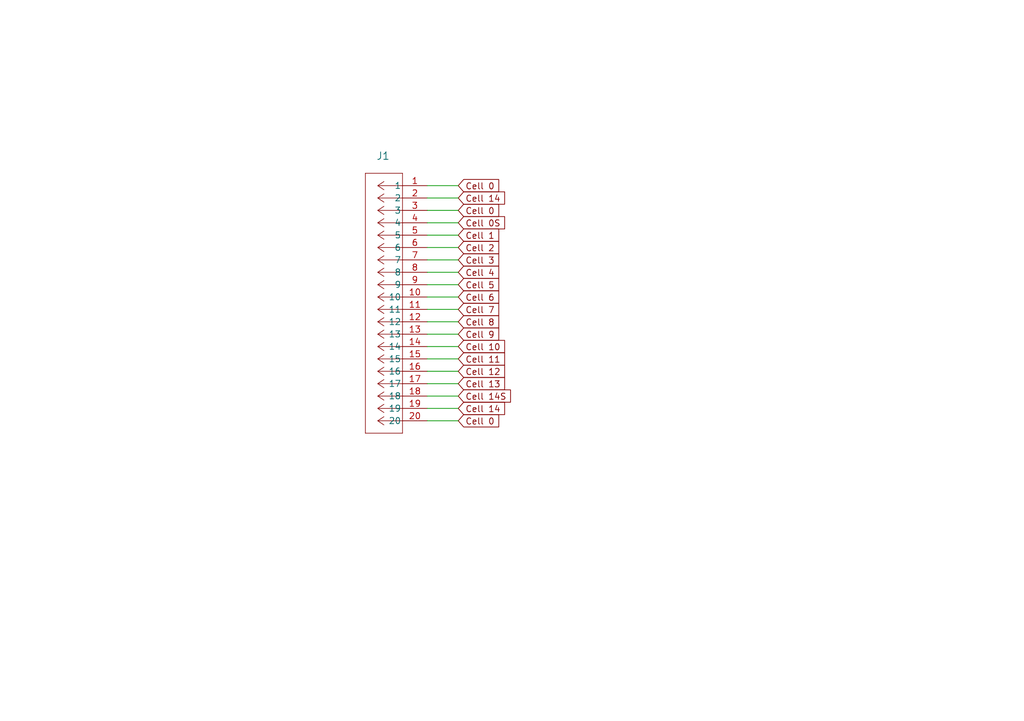
<source format=kicad_sch>
(kicad_sch
	(version 20231120)
	(generator "eeschema")
	(generator_version "8.0")
	(uuid "a0604f3a-c0d6-44e3-90af-c31e342efe9a")
	(paper "A5")
	(lib_symbols
		(symbol "2024-10-07_23-48-39:705550019"
			(pin_names
				(offset 0.254)
			)
			(exclude_from_sim no)
			(in_bom yes)
			(on_board yes)
			(property "Reference" "J"
				(at 8.89 6.35 0)
				(effects
					(font
						(size 1.524 1.524)
					)
				)
			)
			(property "Value" "705550019"
				(at 0 0 0)
				(effects
					(font
						(size 1.524 1.524)
					)
				)
			)
			(property "Footprint" "CONN_705550019_MOL"
				(at 0 0 0)
				(effects
					(font
						(size 1.27 1.27)
						(italic yes)
					)
					(hide yes)
				)
			)
			(property "Datasheet" "705550019"
				(at 0 0 0)
				(effects
					(font
						(size 1.27 1.27)
						(italic yes)
					)
					(hide yes)
				)
			)
			(property "Description" ""
				(at 0 0 0)
				(effects
					(font
						(size 1.27 1.27)
					)
					(hide yes)
				)
			)
			(property "ki_locked" ""
				(at 0 0 0)
				(effects
					(font
						(size 1.27 1.27)
					)
				)
			)
			(property "ki_keywords" "705550019"
				(at 0 0 0)
				(effects
					(font
						(size 1.27 1.27)
					)
					(hide yes)
				)
			)
			(property "ki_fp_filters" "CONN_705550019_MOL"
				(at 0 0 0)
				(effects
					(font
						(size 1.27 1.27)
					)
					(hide yes)
				)
			)
			(symbol "705550019_1_1"
				(polyline
					(pts
						(xy 5.08 -50.8) (xy 12.7 -50.8)
					)
					(stroke
						(width 0.127)
						(type default)
					)
					(fill
						(type none)
					)
				)
				(polyline
					(pts
						(xy 5.08 2.54) (xy 5.08 -50.8)
					)
					(stroke
						(width 0.127)
						(type default)
					)
					(fill
						(type none)
					)
				)
				(polyline
					(pts
						(xy 10.16 -48.26) (xy 5.08 -48.26)
					)
					(stroke
						(width 0.127)
						(type default)
					)
					(fill
						(type none)
					)
				)
				(polyline
					(pts
						(xy 10.16 -48.26) (xy 8.89 -49.1067)
					)
					(stroke
						(width 0.127)
						(type default)
					)
					(fill
						(type none)
					)
				)
				(polyline
					(pts
						(xy 10.16 -48.26) (xy 8.89 -47.4133)
					)
					(stroke
						(width 0.127)
						(type default)
					)
					(fill
						(type none)
					)
				)
				(polyline
					(pts
						(xy 10.16 -45.72) (xy 5.08 -45.72)
					)
					(stroke
						(width 0.127)
						(type default)
					)
					(fill
						(type none)
					)
				)
				(polyline
					(pts
						(xy 10.16 -45.72) (xy 8.89 -46.5667)
					)
					(stroke
						(width 0.127)
						(type default)
					)
					(fill
						(type none)
					)
				)
				(polyline
					(pts
						(xy 10.16 -45.72) (xy 8.89 -44.8733)
					)
					(stroke
						(width 0.127)
						(type default)
					)
					(fill
						(type none)
					)
				)
				(polyline
					(pts
						(xy 10.16 -43.18) (xy 5.08 -43.18)
					)
					(stroke
						(width 0.127)
						(type default)
					)
					(fill
						(type none)
					)
				)
				(polyline
					(pts
						(xy 10.16 -43.18) (xy 8.89 -44.0267)
					)
					(stroke
						(width 0.127)
						(type default)
					)
					(fill
						(type none)
					)
				)
				(polyline
					(pts
						(xy 10.16 -43.18) (xy 8.89 -42.3333)
					)
					(stroke
						(width 0.127)
						(type default)
					)
					(fill
						(type none)
					)
				)
				(polyline
					(pts
						(xy 10.16 -40.64) (xy 5.08 -40.64)
					)
					(stroke
						(width 0.127)
						(type default)
					)
					(fill
						(type none)
					)
				)
				(polyline
					(pts
						(xy 10.16 -40.64) (xy 8.89 -41.4867)
					)
					(stroke
						(width 0.127)
						(type default)
					)
					(fill
						(type none)
					)
				)
				(polyline
					(pts
						(xy 10.16 -40.64) (xy 8.89 -39.7933)
					)
					(stroke
						(width 0.127)
						(type default)
					)
					(fill
						(type none)
					)
				)
				(polyline
					(pts
						(xy 10.16 -38.1) (xy 5.08 -38.1)
					)
					(stroke
						(width 0.127)
						(type default)
					)
					(fill
						(type none)
					)
				)
				(polyline
					(pts
						(xy 10.16 -38.1) (xy 8.89 -38.9467)
					)
					(stroke
						(width 0.127)
						(type default)
					)
					(fill
						(type none)
					)
				)
				(polyline
					(pts
						(xy 10.16 -38.1) (xy 8.89 -37.2533)
					)
					(stroke
						(width 0.127)
						(type default)
					)
					(fill
						(type none)
					)
				)
				(polyline
					(pts
						(xy 10.16 -35.56) (xy 5.08 -35.56)
					)
					(stroke
						(width 0.127)
						(type default)
					)
					(fill
						(type none)
					)
				)
				(polyline
					(pts
						(xy 10.16 -35.56) (xy 8.89 -36.4067)
					)
					(stroke
						(width 0.127)
						(type default)
					)
					(fill
						(type none)
					)
				)
				(polyline
					(pts
						(xy 10.16 -35.56) (xy 8.89 -34.7133)
					)
					(stroke
						(width 0.127)
						(type default)
					)
					(fill
						(type none)
					)
				)
				(polyline
					(pts
						(xy 10.16 -33.02) (xy 5.08 -33.02)
					)
					(stroke
						(width 0.127)
						(type default)
					)
					(fill
						(type none)
					)
				)
				(polyline
					(pts
						(xy 10.16 -33.02) (xy 8.89 -33.8667)
					)
					(stroke
						(width 0.127)
						(type default)
					)
					(fill
						(type none)
					)
				)
				(polyline
					(pts
						(xy 10.16 -33.02) (xy 8.89 -32.1733)
					)
					(stroke
						(width 0.127)
						(type default)
					)
					(fill
						(type none)
					)
				)
				(polyline
					(pts
						(xy 10.16 -30.48) (xy 5.08 -30.48)
					)
					(stroke
						(width 0.127)
						(type default)
					)
					(fill
						(type none)
					)
				)
				(polyline
					(pts
						(xy 10.16 -30.48) (xy 8.89 -31.3267)
					)
					(stroke
						(width 0.127)
						(type default)
					)
					(fill
						(type none)
					)
				)
				(polyline
					(pts
						(xy 10.16 -30.48) (xy 8.89 -29.6333)
					)
					(stroke
						(width 0.127)
						(type default)
					)
					(fill
						(type none)
					)
				)
				(polyline
					(pts
						(xy 10.16 -27.94) (xy 5.08 -27.94)
					)
					(stroke
						(width 0.127)
						(type default)
					)
					(fill
						(type none)
					)
				)
				(polyline
					(pts
						(xy 10.16 -27.94) (xy 8.89 -28.7867)
					)
					(stroke
						(width 0.127)
						(type default)
					)
					(fill
						(type none)
					)
				)
				(polyline
					(pts
						(xy 10.16 -27.94) (xy 8.89 -27.0933)
					)
					(stroke
						(width 0.127)
						(type default)
					)
					(fill
						(type none)
					)
				)
				(polyline
					(pts
						(xy 10.16 -25.4) (xy 5.08 -25.4)
					)
					(stroke
						(width 0.127)
						(type default)
					)
					(fill
						(type none)
					)
				)
				(polyline
					(pts
						(xy 10.16 -25.4) (xy 8.89 -26.2467)
					)
					(stroke
						(width 0.127)
						(type default)
					)
					(fill
						(type none)
					)
				)
				(polyline
					(pts
						(xy 10.16 -25.4) (xy 8.89 -24.5533)
					)
					(stroke
						(width 0.127)
						(type default)
					)
					(fill
						(type none)
					)
				)
				(polyline
					(pts
						(xy 10.16 -22.86) (xy 5.08 -22.86)
					)
					(stroke
						(width 0.127)
						(type default)
					)
					(fill
						(type none)
					)
				)
				(polyline
					(pts
						(xy 10.16 -22.86) (xy 8.89 -23.7067)
					)
					(stroke
						(width 0.127)
						(type default)
					)
					(fill
						(type none)
					)
				)
				(polyline
					(pts
						(xy 10.16 -22.86) (xy 8.89 -22.0133)
					)
					(stroke
						(width 0.127)
						(type default)
					)
					(fill
						(type none)
					)
				)
				(polyline
					(pts
						(xy 10.16 -20.32) (xy 5.08 -20.32)
					)
					(stroke
						(width 0.127)
						(type default)
					)
					(fill
						(type none)
					)
				)
				(polyline
					(pts
						(xy 10.16 -20.32) (xy 8.89 -21.1667)
					)
					(stroke
						(width 0.127)
						(type default)
					)
					(fill
						(type none)
					)
				)
				(polyline
					(pts
						(xy 10.16 -20.32) (xy 8.89 -19.4733)
					)
					(stroke
						(width 0.127)
						(type default)
					)
					(fill
						(type none)
					)
				)
				(polyline
					(pts
						(xy 10.16 -17.78) (xy 5.08 -17.78)
					)
					(stroke
						(width 0.127)
						(type default)
					)
					(fill
						(type none)
					)
				)
				(polyline
					(pts
						(xy 10.16 -17.78) (xy 8.89 -18.6267)
					)
					(stroke
						(width 0.127)
						(type default)
					)
					(fill
						(type none)
					)
				)
				(polyline
					(pts
						(xy 10.16 -17.78) (xy 8.89 -16.9333)
					)
					(stroke
						(width 0.127)
						(type default)
					)
					(fill
						(type none)
					)
				)
				(polyline
					(pts
						(xy 10.16 -15.24) (xy 5.08 -15.24)
					)
					(stroke
						(width 0.127)
						(type default)
					)
					(fill
						(type none)
					)
				)
				(polyline
					(pts
						(xy 10.16 -15.24) (xy 8.89 -16.0867)
					)
					(stroke
						(width 0.127)
						(type default)
					)
					(fill
						(type none)
					)
				)
				(polyline
					(pts
						(xy 10.16 -15.24) (xy 8.89 -14.3933)
					)
					(stroke
						(width 0.127)
						(type default)
					)
					(fill
						(type none)
					)
				)
				(polyline
					(pts
						(xy 10.16 -12.7) (xy 5.08 -12.7)
					)
					(stroke
						(width 0.127)
						(type default)
					)
					(fill
						(type none)
					)
				)
				(polyline
					(pts
						(xy 10.16 -12.7) (xy 8.89 -13.5467)
					)
					(stroke
						(width 0.127)
						(type default)
					)
					(fill
						(type none)
					)
				)
				(polyline
					(pts
						(xy 10.16 -12.7) (xy 8.89 -11.8533)
					)
					(stroke
						(width 0.127)
						(type default)
					)
					(fill
						(type none)
					)
				)
				(polyline
					(pts
						(xy 10.16 -10.16) (xy 5.08 -10.16)
					)
					(stroke
						(width 0.127)
						(type default)
					)
					(fill
						(type none)
					)
				)
				(polyline
					(pts
						(xy 10.16 -10.16) (xy 8.89 -11.0067)
					)
					(stroke
						(width 0.127)
						(type default)
					)
					(fill
						(type none)
					)
				)
				(polyline
					(pts
						(xy 10.16 -10.16) (xy 8.89 -9.3133)
					)
					(stroke
						(width 0.127)
						(type default)
					)
					(fill
						(type none)
					)
				)
				(polyline
					(pts
						(xy 10.16 -7.62) (xy 5.08 -7.62)
					)
					(stroke
						(width 0.127)
						(type default)
					)
					(fill
						(type none)
					)
				)
				(polyline
					(pts
						(xy 10.16 -7.62) (xy 8.89 -8.4667)
					)
					(stroke
						(width 0.127)
						(type default)
					)
					(fill
						(type none)
					)
				)
				(polyline
					(pts
						(xy 10.16 -7.62) (xy 8.89 -6.7733)
					)
					(stroke
						(width 0.127)
						(type default)
					)
					(fill
						(type none)
					)
				)
				(polyline
					(pts
						(xy 10.16 -5.08) (xy 5.08 -5.08)
					)
					(stroke
						(width 0.127)
						(type default)
					)
					(fill
						(type none)
					)
				)
				(polyline
					(pts
						(xy 10.16 -5.08) (xy 8.89 -5.9267)
					)
					(stroke
						(width 0.127)
						(type default)
					)
					(fill
						(type none)
					)
				)
				(polyline
					(pts
						(xy 10.16 -5.08) (xy 8.89 -4.2333)
					)
					(stroke
						(width 0.127)
						(type default)
					)
					(fill
						(type none)
					)
				)
				(polyline
					(pts
						(xy 10.16 -2.54) (xy 5.08 -2.54)
					)
					(stroke
						(width 0.127)
						(type default)
					)
					(fill
						(type none)
					)
				)
				(polyline
					(pts
						(xy 10.16 -2.54) (xy 8.89 -3.3867)
					)
					(stroke
						(width 0.127)
						(type default)
					)
					(fill
						(type none)
					)
				)
				(polyline
					(pts
						(xy 10.16 -2.54) (xy 8.89 -1.6933)
					)
					(stroke
						(width 0.127)
						(type default)
					)
					(fill
						(type none)
					)
				)
				(polyline
					(pts
						(xy 10.16 0) (xy 5.08 0)
					)
					(stroke
						(width 0.127)
						(type default)
					)
					(fill
						(type none)
					)
				)
				(polyline
					(pts
						(xy 10.16 0) (xy 8.89 -0.8467)
					)
					(stroke
						(width 0.127)
						(type default)
					)
					(fill
						(type none)
					)
				)
				(polyline
					(pts
						(xy 10.16 0) (xy 8.89 0.8467)
					)
					(stroke
						(width 0.127)
						(type default)
					)
					(fill
						(type none)
					)
				)
				(polyline
					(pts
						(xy 12.7 -50.8) (xy 12.7 2.54)
					)
					(stroke
						(width 0.127)
						(type default)
					)
					(fill
						(type none)
					)
				)
				(polyline
					(pts
						(xy 12.7 2.54) (xy 5.08 2.54)
					)
					(stroke
						(width 0.127)
						(type default)
					)
					(fill
						(type none)
					)
				)
				(pin unspecified line
					(at 0 0 0)
					(length 5.08)
					(name "1"
						(effects
							(font
								(size 1.27 1.27)
							)
						)
					)
					(number "1"
						(effects
							(font
								(size 1.27 1.27)
							)
						)
					)
				)
				(pin unspecified line
					(at 0 -22.86 0)
					(length 5.08)
					(name "10"
						(effects
							(font
								(size 1.27 1.27)
							)
						)
					)
					(number "10"
						(effects
							(font
								(size 1.27 1.27)
							)
						)
					)
				)
				(pin unspecified line
					(at 0 -25.4 0)
					(length 5.08)
					(name "11"
						(effects
							(font
								(size 1.27 1.27)
							)
						)
					)
					(number "11"
						(effects
							(font
								(size 1.27 1.27)
							)
						)
					)
				)
				(pin unspecified line
					(at 0 -27.94 0)
					(length 5.08)
					(name "12"
						(effects
							(font
								(size 1.27 1.27)
							)
						)
					)
					(number "12"
						(effects
							(font
								(size 1.27 1.27)
							)
						)
					)
				)
				(pin unspecified line
					(at 0 -30.48 0)
					(length 5.08)
					(name "13"
						(effects
							(font
								(size 1.27 1.27)
							)
						)
					)
					(number "13"
						(effects
							(font
								(size 1.27 1.27)
							)
						)
					)
				)
				(pin unspecified line
					(at 0 -33.02 0)
					(length 5.08)
					(name "14"
						(effects
							(font
								(size 1.27 1.27)
							)
						)
					)
					(number "14"
						(effects
							(font
								(size 1.27 1.27)
							)
						)
					)
				)
				(pin unspecified line
					(at 0 -35.56 0)
					(length 5.08)
					(name "15"
						(effects
							(font
								(size 1.27 1.27)
							)
						)
					)
					(number "15"
						(effects
							(font
								(size 1.27 1.27)
							)
						)
					)
				)
				(pin unspecified line
					(at 0 -38.1 0)
					(length 5.08)
					(name "16"
						(effects
							(font
								(size 1.27 1.27)
							)
						)
					)
					(number "16"
						(effects
							(font
								(size 1.27 1.27)
							)
						)
					)
				)
				(pin unspecified line
					(at 0 -40.64 0)
					(length 5.08)
					(name "17"
						(effects
							(font
								(size 1.27 1.27)
							)
						)
					)
					(number "17"
						(effects
							(font
								(size 1.27 1.27)
							)
						)
					)
				)
				(pin unspecified line
					(at 0 -43.18 0)
					(length 5.08)
					(name "18"
						(effects
							(font
								(size 1.27 1.27)
							)
						)
					)
					(number "18"
						(effects
							(font
								(size 1.27 1.27)
							)
						)
					)
				)
				(pin unspecified line
					(at 0 -45.72 0)
					(length 5.08)
					(name "19"
						(effects
							(font
								(size 1.27 1.27)
							)
						)
					)
					(number "19"
						(effects
							(font
								(size 1.27 1.27)
							)
						)
					)
				)
				(pin unspecified line
					(at 0 -2.54 0)
					(length 5.08)
					(name "2"
						(effects
							(font
								(size 1.27 1.27)
							)
						)
					)
					(number "2"
						(effects
							(font
								(size 1.27 1.27)
							)
						)
					)
				)
				(pin unspecified line
					(at 0 -48.26 0)
					(length 5.08)
					(name "20"
						(effects
							(font
								(size 1.27 1.27)
							)
						)
					)
					(number "20"
						(effects
							(font
								(size 1.27 1.27)
							)
						)
					)
				)
				(pin unspecified line
					(at 0 -5.08 0)
					(length 5.08)
					(name "3"
						(effects
							(font
								(size 1.27 1.27)
							)
						)
					)
					(number "3"
						(effects
							(font
								(size 1.27 1.27)
							)
						)
					)
				)
				(pin unspecified line
					(at 0 -7.62 0)
					(length 5.08)
					(name "4"
						(effects
							(font
								(size 1.27 1.27)
							)
						)
					)
					(number "4"
						(effects
							(font
								(size 1.27 1.27)
							)
						)
					)
				)
				(pin unspecified line
					(at 0 -10.16 0)
					(length 5.08)
					(name "5"
						(effects
							(font
								(size 1.27 1.27)
							)
						)
					)
					(number "5"
						(effects
							(font
								(size 1.27 1.27)
							)
						)
					)
				)
				(pin unspecified line
					(at 0 -12.7 0)
					(length 5.08)
					(name "6"
						(effects
							(font
								(size 1.27 1.27)
							)
						)
					)
					(number "6"
						(effects
							(font
								(size 1.27 1.27)
							)
						)
					)
				)
				(pin unspecified line
					(at 0 -15.24 0)
					(length 5.08)
					(name "7"
						(effects
							(font
								(size 1.27 1.27)
							)
						)
					)
					(number "7"
						(effects
							(font
								(size 1.27 1.27)
							)
						)
					)
				)
				(pin unspecified line
					(at 0 -17.78 0)
					(length 5.08)
					(name "8"
						(effects
							(font
								(size 1.27 1.27)
							)
						)
					)
					(number "8"
						(effects
							(font
								(size 1.27 1.27)
							)
						)
					)
				)
				(pin unspecified line
					(at 0 -20.32 0)
					(length 5.08)
					(name "9"
						(effects
							(font
								(size 1.27 1.27)
							)
						)
					)
					(number "9"
						(effects
							(font
								(size 1.27 1.27)
							)
						)
					)
				)
			)
			(symbol "705550019_1_2"
				(polyline
					(pts
						(xy 5.08 -50.8) (xy 12.7 -50.8)
					)
					(stroke
						(width 0.127)
						(type default)
					)
					(fill
						(type none)
					)
				)
				(polyline
					(pts
						(xy 5.08 2.54) (xy 5.08 -50.8)
					)
					(stroke
						(width 0.127)
						(type default)
					)
					(fill
						(type none)
					)
				)
				(polyline
					(pts
						(xy 7.62 -48.26) (xy 5.08 -48.26)
					)
					(stroke
						(width 0.127)
						(type default)
					)
					(fill
						(type none)
					)
				)
				(polyline
					(pts
						(xy 7.62 -48.26) (xy 8.89 -49.1067)
					)
					(stroke
						(width 0.127)
						(type default)
					)
					(fill
						(type none)
					)
				)
				(polyline
					(pts
						(xy 7.62 -48.26) (xy 8.89 -47.4133)
					)
					(stroke
						(width 0.127)
						(type default)
					)
					(fill
						(type none)
					)
				)
				(polyline
					(pts
						(xy 7.62 -45.72) (xy 5.08 -45.72)
					)
					(stroke
						(width 0.127)
						(type default)
					)
					(fill
						(type none)
					)
				)
				(polyline
					(pts
						(xy 7.62 -45.72) (xy 8.89 -46.5667)
					)
					(stroke
						(width 0.127)
						(type default)
					)
					(fill
						(type none)
					)
				)
				(polyline
					(pts
						(xy 7.62 -45.72) (xy 8.89 -44.8733)
					)
					(stroke
						(width 0.127)
						(type default)
					)
					(fill
						(type none)
					)
				)
				(polyline
					(pts
						(xy 7.62 -43.18) (xy 5.08 -43.18)
					)
					(stroke
						(width 0.127)
						(type default)
					)
					(fill
						(type none)
					)
				)
				(polyline
					(pts
						(xy 7.62 -43.18) (xy 8.89 -44.0267)
					)
					(stroke
						(width 0.127)
						(type default)
					)
					(fill
						(type none)
					)
				)
				(polyline
					(pts
						(xy 7.62 -43.18) (xy 8.89 -42.3333)
					)
					(stroke
						(width 0.127)
						(type default)
					)
					(fill
						(type none)
					)
				)
				(polyline
					(pts
						(xy 7.62 -40.64) (xy 5.08 -40.64)
					)
					(stroke
						(width 0.127)
						(type default)
					)
					(fill
						(type none)
					)
				)
				(polyline
					(pts
						(xy 7.62 -40.64) (xy 8.89 -41.4867)
					)
					(stroke
						(width 0.127)
						(type default)
					)
					(fill
						(type none)
					)
				)
				(polyline
					(pts
						(xy 7.62 -40.64) (xy 8.89 -39.7933)
					)
					(stroke
						(width 0.127)
						(type default)
					)
					(fill
						(type none)
					)
				)
				(polyline
					(pts
						(xy 7.62 -38.1) (xy 5.08 -38.1)
					)
					(stroke
						(width 0.127)
						(type default)
					)
					(fill
						(type none)
					)
				)
				(polyline
					(pts
						(xy 7.62 -38.1) (xy 8.89 -38.9467)
					)
					(stroke
						(width 0.127)
						(type default)
					)
					(fill
						(type none)
					)
				)
				(polyline
					(pts
						(xy 7.62 -38.1) (xy 8.89 -37.2533)
					)
					(stroke
						(width 0.127)
						(type default)
					)
					(fill
						(type none)
					)
				)
				(polyline
					(pts
						(xy 7.62 -35.56) (xy 5.08 -35.56)
					)
					(stroke
						(width 0.127)
						(type default)
					)
					(fill
						(type none)
					)
				)
				(polyline
					(pts
						(xy 7.62 -35.56) (xy 8.89 -36.4067)
					)
					(stroke
						(width 0.127)
						(type default)
					)
					(fill
						(type none)
					)
				)
				(polyline
					(pts
						(xy 7.62 -35.56) (xy 8.89 -34.7133)
					)
					(stroke
						(width 0.127)
						(type default)
					)
					(fill
						(type none)
					)
				)
				(polyline
					(pts
						(xy 7.62 -33.02) (xy 5.08 -33.02)
					)
					(stroke
						(width 0.127)
						(type default)
					)
					(fill
						(type none)
					)
				)
				(polyline
					(pts
						(xy 7.62 -33.02) (xy 8.89 -33.8667)
					)
					(stroke
						(width 0.127)
						(type default)
					)
					(fill
						(type none)
					)
				)
				(polyline
					(pts
						(xy 7.62 -33.02) (xy 8.89 -32.1733)
					)
					(stroke
						(width 0.127)
						(type default)
					)
					(fill
						(type none)
					)
				)
				(polyline
					(pts
						(xy 7.62 -30.48) (xy 5.08 -30.48)
					)
					(stroke
						(width 0.127)
						(type default)
					)
					(fill
						(type none)
					)
				)
				(polyline
					(pts
						(xy 7.62 -30.48) (xy 8.89 -31.3267)
					)
					(stroke
						(width 0.127)
						(type default)
					)
					(fill
						(type none)
					)
				)
				(polyline
					(pts
						(xy 7.62 -30.48) (xy 8.89 -29.6333)
					)
					(stroke
						(width 0.127)
						(type default)
					)
					(fill
						(type none)
					)
				)
				(polyline
					(pts
						(xy 7.62 -27.94) (xy 5.08 -27.94)
					)
					(stroke
						(width 0.127)
						(type default)
					)
					(fill
						(type none)
					)
				)
				(polyline
					(pts
						(xy 7.62 -27.94) (xy 8.89 -28.7867)
					)
					(stroke
						(width 0.127)
						(type default)
					)
					(fill
						(type none)
					)
				)
				(polyline
					(pts
						(xy 7.62 -27.94) (xy 8.89 -27.0933)
					)
					(stroke
						(width 0.127)
						(type default)
					)
					(fill
						(type none)
					)
				)
				(polyline
					(pts
						(xy 7.62 -25.4) (xy 5.08 -25.4)
					)
					(stroke
						(width 0.127)
						(type default)
					)
					(fill
						(type none)
					)
				)
				(polyline
					(pts
						(xy 7.62 -25.4) (xy 8.89 -26.2467)
					)
					(stroke
						(width 0.127)
						(type default)
					)
					(fill
						(type none)
					)
				)
				(polyline
					(pts
						(xy 7.62 -25.4) (xy 8.89 -24.5533)
					)
					(stroke
						(width 0.127)
						(type default)
					)
					(fill
						(type none)
					)
				)
				(polyline
					(pts
						(xy 7.62 -22.86) (xy 5.08 -22.86)
					)
					(stroke
						(width 0.127)
						(type default)
					)
					(fill
						(type none)
					)
				)
				(polyline
					(pts
						(xy 7.62 -22.86) (xy 8.89 -23.7067)
					)
					(stroke
						(width 0.127)
						(type default)
					)
					(fill
						(type none)
					)
				)
				(polyline
					(pts
						(xy 7.62 -22.86) (xy 8.89 -22.0133)
					)
					(stroke
						(width 0.127)
						(type default)
					)
					(fill
						(type none)
					)
				)
				(polyline
					(pts
						(xy 7.62 -20.32) (xy 5.08 -20.32)
					)
					(stroke
						(width 0.127)
						(type default)
					)
					(fill
						(type none)
					)
				)
				(polyline
					(pts
						(xy 7.62 -20.32) (xy 8.89 -21.1667)
					)
					(stroke
						(width 0.127)
						(type default)
					)
					(fill
						(type none)
					)
				)
				(polyline
					(pts
						(xy 7.62 -20.32) (xy 8.89 -19.4733)
					)
					(stroke
						(width 0.127)
						(type default)
					)
					(fill
						(type none)
					)
				)
				(polyline
					(pts
						(xy 7.62 -17.78) (xy 5.08 -17.78)
					)
					(stroke
						(width 0.127)
						(type default)
					)
					(fill
						(type none)
					)
				)
				(polyline
					(pts
						(xy 7.62 -17.78) (xy 8.89 -18.6267)
					)
					(stroke
						(width 0.127)
						(type default)
					)
					(fill
						(type none)
					)
				)
				(polyline
					(pts
						(xy 7.62 -17.78) (xy 8.89 -16.9333)
					)
					(stroke
						(width 0.127)
						(type default)
					)
					(fill
						(type none)
					)
				)
				(polyline
					(pts
						(xy 7.62 -15.24) (xy 5.08 -15.24)
					)
					(stroke
						(width 0.127)
						(type default)
					)
					(fill
						(type none)
					)
				)
				(polyline
					(pts
						(xy 7.62 -15.24) (xy 8.89 -16.0867)
					)
					(stroke
						(width 0.127)
						(type default)
					)
					(fill
						(type none)
					)
				)
				(polyline
					(pts
						(xy 7.62 -15.24) (xy 8.89 -14.3933)
					)
					(stroke
						(width 0.127)
						(type default)
					)
					(fill
						(type none)
					)
				)
				(polyline
					(pts
						(xy 7.62 -12.7) (xy 5.08 -12.7)
					)
					(stroke
						(width 0.127)
						(type default)
					)
					(fill
						(type none)
					)
				)
				(polyline
					(pts
						(xy 7.62 -12.7) (xy 8.89 -13.5467)
					)
					(stroke
						(width 0.127)
						(type default)
					)
					(fill
						(type none)
					)
				)
				(polyline
					(pts
						(xy 7.62 -12.7) (xy 8.89 -11.8533)
					)
					(stroke
						(width 0.127)
						(type default)
					)
					(fill
						(type none)
					)
				)
				(polyline
					(pts
						(xy 7.62 -10.16) (xy 5.08 -10.16)
					)
					(stroke
						(width 0.127)
						(type default)
					)
					(fill
						(type none)
					)
				)
				(polyline
					(pts
						(xy 7.62 -10.16) (xy 8.89 -11.0067)
					)
					(stroke
						(width 0.127)
						(type default)
					)
					(fill
						(type none)
					)
				)
				(polyline
					(pts
						(xy 7.62 -10.16) (xy 8.89 -9.3133)
					)
					(stroke
						(width 0.127)
						(type default)
					)
					(fill
						(type none)
					)
				)
				(polyline
					(pts
						(xy 7.62 -7.62) (xy 5.08 -7.62)
					)
					(stroke
						(width 0.127)
						(type default)
					)
					(fill
						(type none)
					)
				)
				(polyline
					(pts
						(xy 7.62 -7.62) (xy 8.89 -8.4667)
					)
					(stroke
						(width 0.127)
						(type default)
					)
					(fill
						(type none)
					)
				)
				(polyline
					(pts
						(xy 7.62 -7.62) (xy 8.89 -6.7733)
					)
					(stroke
						(width 0.127)
						(type default)
					)
					(fill
						(type none)
					)
				)
				(polyline
					(pts
						(xy 7.62 -5.08) (xy 5.08 -5.08)
					)
					(stroke
						(width 0.127)
						(type default)
					)
					(fill
						(type none)
					)
				)
				(polyline
					(pts
						(xy 7.62 -5.08) (xy 8.89 -5.9267)
					)
					(stroke
						(width 0.127)
						(type default)
					)
					(fill
						(type none)
					)
				)
				(polyline
					(pts
						(xy 7.62 -5.08) (xy 8.89 -4.2333)
					)
					(stroke
						(width 0.127)
						(type default)
					)
					(fill
						(type none)
					)
				)
				(polyline
					(pts
						(xy 7.62 -2.54) (xy 5.08 -2.54)
					)
					(stroke
						(width 0.127)
						(type default)
					)
					(fill
						(type none)
					)
				)
				(polyline
					(pts
						(xy 7.62 -2.54) (xy 8.89 -3.3867)
					)
					(stroke
						(width 0.127)
						(type default)
					)
					(fill
						(type none)
					)
				)
				(polyline
					(pts
						(xy 7.62 -2.54) (xy 8.89 -1.6933)
					)
					(stroke
						(width 0.127)
						(type default)
					)
					(fill
						(type none)
					)
				)
				(polyline
					(pts
						(xy 7.62 0) (xy 5.08 0)
					)
					(stroke
						(width 0.127)
						(type default)
					)
					(fill
						(type none)
					)
				)
				(polyline
					(pts
						(xy 7.62 0) (xy 8.89 -0.8467)
					)
					(stroke
						(width 0.127)
						(type default)
					)
					(fill
						(type none)
					)
				)
				(polyline
					(pts
						(xy 7.62 0) (xy 8.89 0.8467)
					)
					(stroke
						(width 0.127)
						(type default)
					)
					(fill
						(type none)
					)
				)
				(polyline
					(pts
						(xy 12.7 -50.8) (xy 12.7 2.54)
					)
					(stroke
						(width 0.127)
						(type default)
					)
					(fill
						(type none)
					)
				)
				(polyline
					(pts
						(xy 12.7 2.54) (xy 5.08 2.54)
					)
					(stroke
						(width 0.127)
						(type default)
					)
					(fill
						(type none)
					)
				)
				(pin unspecified line
					(at 0 0 0)
					(length 5.08)
					(name "1"
						(effects
							(font
								(size 1.27 1.27)
							)
						)
					)
					(number "1"
						(effects
							(font
								(size 1.27 1.27)
							)
						)
					)
				)
				(pin unspecified line
					(at 0 -22.86 0)
					(length 5.08)
					(name "10"
						(effects
							(font
								(size 1.27 1.27)
							)
						)
					)
					(number "10"
						(effects
							(font
								(size 1.27 1.27)
							)
						)
					)
				)
				(pin unspecified line
					(at 0 -25.4 0)
					(length 5.08)
					(name "11"
						(effects
							(font
								(size 1.27 1.27)
							)
						)
					)
					(number "11"
						(effects
							(font
								(size 1.27 1.27)
							)
						)
					)
				)
				(pin unspecified line
					(at 0 -27.94 0)
					(length 5.08)
					(name "12"
						(effects
							(font
								(size 1.27 1.27)
							)
						)
					)
					(number "12"
						(effects
							(font
								(size 1.27 1.27)
							)
						)
					)
				)
				(pin unspecified line
					(at 0 -30.48 0)
					(length 5.08)
					(name "13"
						(effects
							(font
								(size 1.27 1.27)
							)
						)
					)
					(number "13"
						(effects
							(font
								(size 1.27 1.27)
							)
						)
					)
				)
				(pin unspecified line
					(at 0 -33.02 0)
					(length 5.08)
					(name "14"
						(effects
							(font
								(size 1.27 1.27)
							)
						)
					)
					(number "14"
						(effects
							(font
								(size 1.27 1.27)
							)
						)
					)
				)
				(pin unspecified line
					(at 0 -35.56 0)
					(length 5.08)
					(name "15"
						(effects
							(font
								(size 1.27 1.27)
							)
						)
					)
					(number "15"
						(effects
							(font
								(size 1.27 1.27)
							)
						)
					)
				)
				(pin unspecified line
					(at 0 -38.1 0)
					(length 5.08)
					(name "16"
						(effects
							(font
								(size 1.27 1.27)
							)
						)
					)
					(number "16"
						(effects
							(font
								(size 1.27 1.27)
							)
						)
					)
				)
				(pin unspecified line
					(at 0 -40.64 0)
					(length 5.08)
					(name "17"
						(effects
							(font
								(size 1.27 1.27)
							)
						)
					)
					(number "17"
						(effects
							(font
								(size 1.27 1.27)
							)
						)
					)
				)
				(pin unspecified line
					(at 0 -43.18 0)
					(length 5.08)
					(name "18"
						(effects
							(font
								(size 1.27 1.27)
							)
						)
					)
					(number "18"
						(effects
							(font
								(size 1.27 1.27)
							)
						)
					)
				)
				(pin unspecified line
					(at 0 -45.72 0)
					(length 5.08)
					(name "19"
						(effects
							(font
								(size 1.27 1.27)
							)
						)
					)
					(number "19"
						(effects
							(font
								(size 1.27 1.27)
							)
						)
					)
				)
				(pin unspecified line
					(at 0 -2.54 0)
					(length 5.08)
					(name "2"
						(effects
							(font
								(size 1.27 1.27)
							)
						)
					)
					(number "2"
						(effects
							(font
								(size 1.27 1.27)
							)
						)
					)
				)
				(pin unspecified line
					(at 0 -48.26 0)
					(length 5.08)
					(name "20"
						(effects
							(font
								(size 1.27 1.27)
							)
						)
					)
					(number "20"
						(effects
							(font
								(size 1.27 1.27)
							)
						)
					)
				)
				(pin unspecified line
					(at 0 -5.08 0)
					(length 5.08)
					(name "3"
						(effects
							(font
								(size 1.27 1.27)
							)
						)
					)
					(number "3"
						(effects
							(font
								(size 1.27 1.27)
							)
						)
					)
				)
				(pin unspecified line
					(at 0 -7.62 0)
					(length 5.08)
					(name "4"
						(effects
							(font
								(size 1.27 1.27)
							)
						)
					)
					(number "4"
						(effects
							(font
								(size 1.27 1.27)
							)
						)
					)
				)
				(pin unspecified line
					(at 0 -10.16 0)
					(length 5.08)
					(name "5"
						(effects
							(font
								(size 1.27 1.27)
							)
						)
					)
					(number "5"
						(effects
							(font
								(size 1.27 1.27)
							)
						)
					)
				)
				(pin unspecified line
					(at 0 -12.7 0)
					(length 5.08)
					(name "6"
						(effects
							(font
								(size 1.27 1.27)
							)
						)
					)
					(number "6"
						(effects
							(font
								(size 1.27 1.27)
							)
						)
					)
				)
				(pin unspecified line
					(at 0 -15.24 0)
					(length 5.08)
					(name "7"
						(effects
							(font
								(size 1.27 1.27)
							)
						)
					)
					(number "7"
						(effects
							(font
								(size 1.27 1.27)
							)
						)
					)
				)
				(pin unspecified line
					(at 0 -17.78 0)
					(length 5.08)
					(name "8"
						(effects
							(font
								(size 1.27 1.27)
							)
						)
					)
					(number "8"
						(effects
							(font
								(size 1.27 1.27)
							)
						)
					)
				)
				(pin unspecified line
					(at 0 -20.32 0)
					(length 5.08)
					(name "9"
						(effects
							(font
								(size 1.27 1.27)
							)
						)
					)
					(number "9"
						(effects
							(font
								(size 1.27 1.27)
							)
						)
					)
				)
			)
		)
	)
	(wire
		(pts
			(xy 87.63 66.04) (xy 93.98 66.04)
		)
		(stroke
			(width 0)
			(type default)
		)
		(uuid "0f375783-3a44-46c2-ac4a-d63ad4cd53ac")
	)
	(wire
		(pts
			(xy 87.63 40.64) (xy 93.98 40.64)
		)
		(stroke
			(width 0)
			(type default)
		)
		(uuid "107a3c2c-fff3-4f33-8ac6-0e54134f1414")
	)
	(wire
		(pts
			(xy 87.63 86.36) (xy 93.98 86.36)
		)
		(stroke
			(width 0)
			(type default)
		)
		(uuid "1f787c33-83fd-4864-957b-eac50a7c3fb5")
	)
	(wire
		(pts
			(xy 87.63 43.18) (xy 93.98 43.18)
		)
		(stroke
			(width 0)
			(type default)
		)
		(uuid "2042cc20-1474-4833-b193-536053eac6f0")
	)
	(wire
		(pts
			(xy 87.63 50.8) (xy 93.98 50.8)
		)
		(stroke
			(width 0)
			(type default)
		)
		(uuid "5b537a97-0a0c-480b-98cc-4fad8349e85d")
	)
	(wire
		(pts
			(xy 87.63 73.66) (xy 93.98 73.66)
		)
		(stroke
			(width 0)
			(type default)
		)
		(uuid "5e0d7c96-1051-49f8-b28a-a1ecebf14195")
	)
	(wire
		(pts
			(xy 87.63 83.82) (xy 93.98 83.82)
		)
		(stroke
			(width 0)
			(type default)
		)
		(uuid "790edc7b-48b8-44eb-8b33-99aad16fa171")
	)
	(wire
		(pts
			(xy 87.63 48.26) (xy 93.98 48.26)
		)
		(stroke
			(width 0)
			(type default)
		)
		(uuid "93606408-f0fc-4d43-a5bb-4fc6045adfa3")
	)
	(wire
		(pts
			(xy 87.63 71.12) (xy 93.98 71.12)
		)
		(stroke
			(width 0)
			(type default)
		)
		(uuid "945d7a1a-612d-4f9b-ac08-ea3b1a83fb48")
	)
	(wire
		(pts
			(xy 87.63 53.34) (xy 93.98 53.34)
		)
		(stroke
			(width 0)
			(type default)
		)
		(uuid "a329f992-dd6a-4fa9-bcb0-dc5eba8d080e")
	)
	(wire
		(pts
			(xy 87.63 68.58) (xy 93.98 68.58)
		)
		(stroke
			(width 0)
			(type default)
		)
		(uuid "afe2319a-5e4a-48f8-982f-bec4614581ed")
	)
	(wire
		(pts
			(xy 87.63 81.28) (xy 93.98 81.28)
		)
		(stroke
			(width 0)
			(type default)
		)
		(uuid "b5ceac5c-d0e3-48a3-a4dc-1190ae6bceeb")
	)
	(wire
		(pts
			(xy 87.63 38.1) (xy 93.98 38.1)
		)
		(stroke
			(width 0)
			(type default)
		)
		(uuid "d21c1838-f097-436b-a500-680599639f6b")
	)
	(wire
		(pts
			(xy 87.63 63.5) (xy 93.98 63.5)
		)
		(stroke
			(width 0)
			(type default)
		)
		(uuid "d67708d1-c62c-478e-9695-12cff85d7847")
	)
	(wire
		(pts
			(xy 87.63 58.42) (xy 93.98 58.42)
		)
		(stroke
			(width 0)
			(type default)
		)
		(uuid "d7bbb247-6672-4cd6-b795-34bb4b5de397")
	)
	(wire
		(pts
			(xy 87.63 60.96) (xy 93.98 60.96)
		)
		(stroke
			(width 0)
			(type default)
		)
		(uuid "dbf9b190-de99-46d1-a0da-4e9b0be0750d")
	)
	(wire
		(pts
			(xy 87.63 45.72) (xy 93.98 45.72)
		)
		(stroke
			(width 0)
			(type default)
		)
		(uuid "dc8dece6-5a6b-4fdb-a5bb-3fc094701a33")
	)
	(wire
		(pts
			(xy 87.63 55.88) (xy 93.98 55.88)
		)
		(stroke
			(width 0)
			(type default)
		)
		(uuid "f3c57a87-2401-4a8c-9c9d-79d8b0ca8bff")
	)
	(wire
		(pts
			(xy 87.63 78.74) (xy 93.98 78.74)
		)
		(stroke
			(width 0)
			(type default)
		)
		(uuid "f55edcaa-e78d-4d95-9a34-78911597c401")
	)
	(wire
		(pts
			(xy 87.63 76.2) (xy 93.98 76.2)
		)
		(stroke
			(width 0)
			(type default)
		)
		(uuid "f9bd6b32-c765-48a2-8ce6-4416e8a1d606")
	)
	(global_label "Cell 5"
		(shape input)
		(at 93.98 58.42 0)
		(fields_autoplaced yes)
		(effects
			(font
				(size 1.27 1.27)
			)
			(justify left)
		)
		(uuid "0055ae74-6651-4db2-9de4-5ed7c819d6b3")
		(property "Intersheetrefs" "${INTERSHEET_REFS}"
			(at 102.8313 58.42 0)
			(effects
				(font
					(size 1.27 1.27)
				)
				(justify left)
				(hide yes)
			)
		)
	)
	(global_label "Cell 14"
		(shape input)
		(at 93.98 83.82 0)
		(fields_autoplaced yes)
		(effects
			(font
				(size 1.27 1.27)
			)
			(justify left)
		)
		(uuid "0d117b80-e970-4e42-9e1f-158584187ab6")
		(property "Intersheetrefs" "${INTERSHEET_REFS}"
			(at 104.0408 83.82 0)
			(effects
				(font
					(size 1.27 1.27)
				)
				(justify left)
				(hide yes)
			)
		)
	)
	(global_label "Cell 13"
		(shape input)
		(at 93.98 78.74 0)
		(fields_autoplaced yes)
		(effects
			(font
				(size 1.27 1.27)
			)
			(justify left)
		)
		(uuid "379a6cb2-664b-4410-9c6e-f2bcad1b2caa")
		(property "Intersheetrefs" "${INTERSHEET_REFS}"
			(at 104.0408 78.74 0)
			(effects
				(font
					(size 1.27 1.27)
				)
				(justify left)
				(hide yes)
			)
		)
	)
	(global_label "Cell 8"
		(shape input)
		(at 93.98 66.04 0)
		(fields_autoplaced yes)
		(effects
			(font
				(size 1.27 1.27)
			)
			(justify left)
		)
		(uuid "3f86af2c-27d4-4bd1-9e0b-a037cf183ea0")
		(property "Intersheetrefs" "${INTERSHEET_REFS}"
			(at 102.8313 66.04 0)
			(effects
				(font
					(size 1.27 1.27)
				)
				(justify left)
				(hide yes)
			)
		)
	)
	(global_label "Cell 14S"
		(shape input)
		(at 93.98 81.28 0)
		(fields_autoplaced yes)
		(effects
			(font
				(size 1.27 1.27)
			)
			(justify left)
		)
		(uuid "4c3c98a2-89c6-45c9-a644-d72d2c27afe0")
		(property "Intersheetrefs" "${INTERSHEET_REFS}"
			(at 105.2503 81.28 0)
			(effects
				(font
					(size 1.27 1.27)
				)
				(justify left)
				(hide yes)
			)
		)
	)
	(global_label "Cell 0"
		(shape input)
		(at 93.98 43.18 0)
		(fields_autoplaced yes)
		(effects
			(font
				(size 1.27 1.27)
			)
			(justify left)
		)
		(uuid "51cf01bc-9bac-407c-98bd-2f524f66c96d")
		(property "Intersheetrefs" "${INTERSHEET_REFS}"
			(at 102.8313 43.18 0)
			(effects
				(font
					(size 1.27 1.27)
				)
				(justify left)
				(hide yes)
			)
		)
	)
	(global_label "Cell 10"
		(shape input)
		(at 93.98 71.12 0)
		(fields_autoplaced yes)
		(effects
			(font
				(size 1.27 1.27)
			)
			(justify left)
		)
		(uuid "58e06689-bd69-458f-bbdd-be34c5ce7e57")
		(property "Intersheetrefs" "${INTERSHEET_REFS}"
			(at 104.0408 71.12 0)
			(effects
				(font
					(size 1.27 1.27)
				)
				(justify left)
				(hide yes)
			)
		)
	)
	(global_label "Cell 9"
		(shape input)
		(at 93.98 68.58 0)
		(fields_autoplaced yes)
		(effects
			(font
				(size 1.27 1.27)
			)
			(justify left)
		)
		(uuid "64930724-37cc-4600-a1ce-ae76f51e2943")
		(property "Intersheetrefs" "${INTERSHEET_REFS}"
			(at 102.8313 68.58 0)
			(effects
				(font
					(size 1.27 1.27)
				)
				(justify left)
				(hide yes)
			)
		)
	)
	(global_label "Cell 2"
		(shape input)
		(at 93.98 50.8 0)
		(fields_autoplaced yes)
		(effects
			(font
				(size 1.27 1.27)
			)
			(justify left)
		)
		(uuid "7651d0c1-d1bc-4ce2-a4f6-d7a0b1cf34e2")
		(property "Intersheetrefs" "${INTERSHEET_REFS}"
			(at 102.8313 50.8 0)
			(effects
				(font
					(size 1.27 1.27)
				)
				(justify left)
				(hide yes)
			)
		)
	)
	(global_label "Cell 7"
		(shape input)
		(at 93.98 63.5 0)
		(fields_autoplaced yes)
		(effects
			(font
				(size 1.27 1.27)
			)
			(justify left)
		)
		(uuid "76605338-14f0-4901-80c8-39138a348ff2")
		(property "Intersheetrefs" "${INTERSHEET_REFS}"
			(at 102.8313 63.5 0)
			(effects
				(font
					(size 1.27 1.27)
				)
				(justify left)
				(hide yes)
			)
		)
	)
	(global_label "Cell 0"
		(shape input)
		(at 93.98 38.1 0)
		(fields_autoplaced yes)
		(effects
			(font
				(size 1.27 1.27)
			)
			(justify left)
		)
		(uuid "7b9edd73-a04e-430b-b154-d15d906e91e5")
		(property "Intersheetrefs" "${INTERSHEET_REFS}"
			(at 102.8313 38.1 0)
			(effects
				(font
					(size 1.27 1.27)
				)
				(justify left)
				(hide yes)
			)
		)
	)
	(global_label "Cell 4"
		(shape input)
		(at 93.98 55.88 0)
		(fields_autoplaced yes)
		(effects
			(font
				(size 1.27 1.27)
			)
			(justify left)
		)
		(uuid "967b8727-43a6-4d42-adc2-b588a6319a38")
		(property "Intersheetrefs" "${INTERSHEET_REFS}"
			(at 102.8313 55.88 0)
			(effects
				(font
					(size 1.27 1.27)
				)
				(justify left)
				(hide yes)
			)
		)
	)
	(global_label "Cell 0S"
		(shape input)
		(at 93.98 45.72 0)
		(fields_autoplaced yes)
		(effects
			(font
				(size 1.27 1.27)
			)
			(justify left)
		)
		(uuid "9695a144-1e76-467a-a29e-fab986ce0122")
		(property "Intersheetrefs" "${INTERSHEET_REFS}"
			(at 104.0408 45.72 0)
			(effects
				(font
					(size 1.27 1.27)
				)
				(justify left)
				(hide yes)
			)
		)
	)
	(global_label "Cell 12"
		(shape input)
		(at 93.98 76.2 0)
		(fields_autoplaced yes)
		(effects
			(font
				(size 1.27 1.27)
			)
			(justify left)
		)
		(uuid "9f38faed-1c11-4088-ac84-282928564559")
		(property "Intersheetrefs" "${INTERSHEET_REFS}"
			(at 104.0408 76.2 0)
			(effects
				(font
					(size 1.27 1.27)
				)
				(justify left)
				(hide yes)
			)
		)
	)
	(global_label "Cell 1"
		(shape input)
		(at 93.98 48.26 0)
		(fields_autoplaced yes)
		(effects
			(font
				(size 1.27 1.27)
			)
			(justify left)
		)
		(uuid "a292f1c3-f9a7-40b5-a9bb-8edbad2dbdce")
		(property "Intersheetrefs" "${INTERSHEET_REFS}"
			(at 102.8313 48.26 0)
			(effects
				(font
					(size 1.27 1.27)
				)
				(justify left)
				(hide yes)
			)
		)
	)
	(global_label "Cell 3"
		(shape input)
		(at 93.98 53.34 0)
		(fields_autoplaced yes)
		(effects
			(font
				(size 1.27 1.27)
			)
			(justify left)
		)
		(uuid "a7bef0e4-0481-4807-9fdc-ee7302bbaf25")
		(property "Intersheetrefs" "${INTERSHEET_REFS}"
			(at 102.8313 53.34 0)
			(effects
				(font
					(size 1.27 1.27)
				)
				(justify left)
				(hide yes)
			)
		)
	)
	(global_label "Cell 14"
		(shape input)
		(at 93.98 40.64 0)
		(fields_autoplaced yes)
		(effects
			(font
				(size 1.27 1.27)
			)
			(justify left)
		)
		(uuid "d50f6f3a-d31b-43cb-9320-3d96857d1ab7")
		(property "Intersheetrefs" "${INTERSHEET_REFS}"
			(at 104.0408 40.64 0)
			(effects
				(font
					(size 1.27 1.27)
				)
				(justify left)
				(hide yes)
			)
		)
	)
	(global_label "Cell 0"
		(shape input)
		(at 93.98 86.36 0)
		(fields_autoplaced yes)
		(effects
			(font
				(size 1.27 1.27)
			)
			(justify left)
		)
		(uuid "d999854b-d02a-47d0-9a71-eda07d0fe8c1")
		(property "Intersheetrefs" "${INTERSHEET_REFS}"
			(at 102.8313 86.36 0)
			(effects
				(font
					(size 1.27 1.27)
				)
				(justify left)
				(hide yes)
			)
		)
	)
	(global_label "Cell 11"
		(shape input)
		(at 93.98 73.66 0)
		(fields_autoplaced yes)
		(effects
			(font
				(size 1.27 1.27)
			)
			(justify left)
		)
		(uuid "da47480b-78e2-4b23-b844-fa2314047b7d")
		(property "Intersheetrefs" "${INTERSHEET_REFS}"
			(at 104.0408 73.66 0)
			(effects
				(font
					(size 1.27 1.27)
				)
				(justify left)
				(hide yes)
			)
		)
	)
	(global_label "Cell 6"
		(shape input)
		(at 93.98 60.96 0)
		(fields_autoplaced yes)
		(effects
			(font
				(size 1.27 1.27)
			)
			(justify left)
		)
		(uuid "fe6ddf71-71a3-45c7-9505-106c819f82c8")
		(property "Intersheetrefs" "${INTERSHEET_REFS}"
			(at 102.8313 60.96 0)
			(effects
				(font
					(size 1.27 1.27)
				)
				(justify left)
				(hide yes)
			)
		)
	)
	(symbol
		(lib_id "2024-10-07_23-48-39:705550019")
		(at 87.63 38.1 0)
		(mirror y)
		(unit 1)
		(exclude_from_sim no)
		(in_bom yes)
		(on_board yes)
		(dnp no)
		(uuid "7812e711-723a-4db3-80b3-67fbebcdb0da")
		(property "Reference" "J1"
			(at 80.01 32.004 0)
			(effects
				(font
					(size 1.524 1.524)
				)
				(justify left)
			)
		)
		(property "Value" "705550019"
			(at 73.66 63.4999 0)
			(effects
				(font
					(size 1.524 1.524)
				)
				(justify left)
				(hide yes)
			)
		)
		(property "Footprint" "CONN_705550019_MOL"
			(at 87.63 38.1 0)
			(effects
				(font
					(size 1.27 1.27)
					(italic yes)
				)
				(hide yes)
			)
		)
		(property "Datasheet" "705550019"
			(at 87.63 38.1 0)
			(effects
				(font
					(size 1.27 1.27)
					(italic yes)
				)
				(hide yes)
			)
		)
		(property "Description" ""
			(at 87.63 38.1 0)
			(effects
				(font
					(size 1.27 1.27)
				)
				(hide yes)
			)
		)
		(property "Manufacturer Part Number" "0705550019"
			(at 87.63 38.1 0)
			(effects
				(font
					(size 1.27 1.27)
				)
				(hide yes)
			)
		)
		(pin "13"
			(uuid "adc66898-2f24-4bf5-bec7-269d09397b87")
		)
		(pin "9"
			(uuid "6d214eb0-3966-4d09-aec5-3247c517aa75")
		)
		(pin "5"
			(uuid "d327f668-b273-4d94-bf3a-ead03b483cd4")
		)
		(pin "7"
			(uuid "0ce0402b-5257-45fd-a17c-33617508f697")
		)
		(pin "3"
			(uuid "2d4c9c57-ab7b-4cab-aeff-73e1ee106fe3")
		)
		(pin "1"
			(uuid "3caf326d-81d1-4f9c-81f8-4fb716361317")
		)
		(pin "4"
			(uuid "6d9d837e-8164-40a4-8b05-ccf52c361a40")
		)
		(pin "14"
			(uuid "600abfe4-b5e7-4665-ada6-be74e687ff1b")
		)
		(pin "16"
			(uuid "fa17d044-5dea-4df6-b17c-a11eb3f37a29")
		)
		(pin "19"
			(uuid "704647fe-cc1e-427c-b496-9e3ab4af8433")
		)
		(pin "20"
			(uuid "88b1a587-58d4-4172-ba80-b2783a2b58b9")
		)
		(pin "2"
			(uuid "707fa347-2858-4b0f-869a-4c8fc5ad5d20")
		)
		(pin "6"
			(uuid "fff4d760-a3e1-4a6f-9f95-6df47be9ff0c")
		)
		(pin "15"
			(uuid "4b1db56b-5bb8-4185-9d77-f1794826c20e")
		)
		(pin "12"
			(uuid "a178798f-4993-4064-8a28-c3e9a1c77348")
		)
		(pin "11"
			(uuid "f6f5f55d-d822-4fbe-892d-b70b506661c3")
		)
		(pin "8"
			(uuid "4342d5c0-8292-4657-bd2e-ffea87b4149a")
		)
		(pin "17"
			(uuid "3445b4c1-9704-41c1-badd-eb786f05c180")
		)
		(pin "10"
			(uuid "21c0dddc-7112-4309-b076-40e481013221")
		)
		(pin "18"
			(uuid "99f212b0-87fa-4b65-9bca-93f853d35ff1")
		)
		(instances
			(project "Project63_BMS_DaughterBoard"
				(path "/325b096d-8e4c-4cdc-b4c5-634ea5e73c60/a04a2771-4bd2-4fc9-9b26-21e96997a7be"
					(reference "J1")
					(unit 1)
				)
			)
		)
	)
)
</source>
